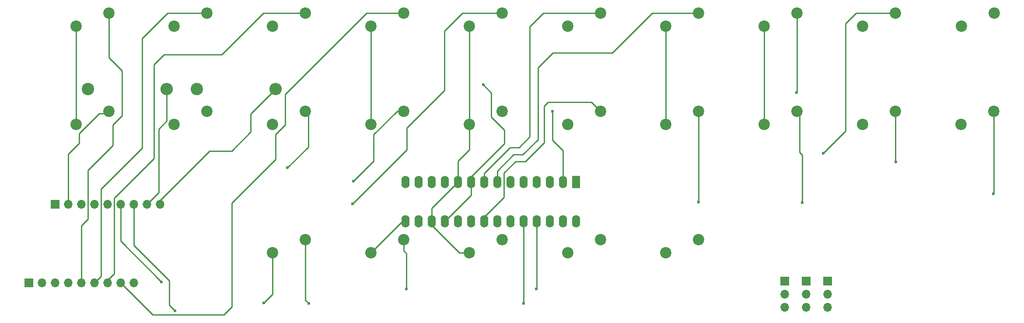
<source format=gbr>
G04 #@! TF.FileFunction,Copper,L1,Top,Signal*
%FSLAX46Y46*%
G04 Gerber Fmt 4.6, Leading zero omitted, Abs format (unit mm)*
G04 Created by KiCad (PCBNEW 4.0.7) date 05/19/22 13:13:44*
%MOMM*%
%LPD*%
G01*
G04 APERTURE LIST*
%ADD10C,0.100000*%
%ADD11R,1.700000X1.700000*%
%ADD12O,1.700000X1.700000*%
%ADD13R,1.600000X2.400000*%
%ADD14O,1.600000X2.400000*%
%ADD15C,2.400000*%
%ADD16O,2.400000X2.400000*%
%ADD17C,2.200000*%
%ADD18C,0.600000*%
%ADD19C,0.250000*%
G04 APERTURE END LIST*
D10*
D11*
X191065750Y-124172250D03*
D12*
X191065750Y-126712250D03*
X191065750Y-129252250D03*
D13*
X150622000Y-104902000D03*
D14*
X117602000Y-112522000D03*
X148082000Y-104902000D03*
X120142000Y-112522000D03*
X145542000Y-104902000D03*
X122682000Y-112522000D03*
X143002000Y-104902000D03*
X125222000Y-112522000D03*
X140462000Y-104902000D03*
X127762000Y-112522000D03*
X137922000Y-104902000D03*
X130302000Y-112522000D03*
X135382000Y-104902000D03*
X132842000Y-112522000D03*
X132842000Y-104902000D03*
X135382000Y-112522000D03*
X130302000Y-104902000D03*
X137922000Y-112522000D03*
X127762000Y-104902000D03*
X140462000Y-112522000D03*
X125222000Y-104902000D03*
X143002000Y-112522000D03*
X122682000Y-104902000D03*
X145542000Y-112522000D03*
X120142000Y-104902000D03*
X148082000Y-112522000D03*
X117602000Y-104902000D03*
X150622000Y-112522000D03*
D11*
X44704000Y-124460000D03*
D12*
X47244000Y-124460000D03*
X49784000Y-124460000D03*
X52324000Y-124460000D03*
X54864000Y-124460000D03*
X57404000Y-124460000D03*
X59944000Y-124460000D03*
X62484000Y-124460000D03*
X65024000Y-124460000D03*
D11*
X49784000Y-109220000D03*
D12*
X52324000Y-109220000D03*
X54864000Y-109220000D03*
X57404000Y-109220000D03*
X59944000Y-109220000D03*
X62484000Y-109220000D03*
X65024000Y-109220000D03*
X67564000Y-109220000D03*
X70104000Y-109220000D03*
D15*
X56159500Y-86859750D03*
D16*
X71399500Y-86859750D03*
D15*
X77216000Y-86868000D03*
D16*
X92456000Y-86868000D03*
D17*
X79222000Y-91172250D03*
X72872000Y-93712250D03*
X60190750Y-91172250D03*
X53840750Y-93712250D03*
X98253250Y-91172250D03*
X91903250Y-93712250D03*
X117284500Y-91172250D03*
X110934500Y-93712250D03*
X136315750Y-91172250D03*
X129965750Y-93712250D03*
X155347000Y-91172250D03*
X148997000Y-93712250D03*
X174378250Y-91172250D03*
X168028250Y-93712250D03*
X193409500Y-91172250D03*
X187059500Y-93712250D03*
X212440750Y-91172250D03*
X206090750Y-93712250D03*
X231565750Y-72141000D03*
X225215750Y-74681000D03*
X231472000Y-91172250D03*
X225122000Y-93712250D03*
X98253250Y-116109750D03*
X91903250Y-118649750D03*
X117284500Y-116109750D03*
X110934500Y-118649750D03*
X136315750Y-116109750D03*
X129965750Y-118649750D03*
X155347000Y-116109750D03*
X148997000Y-118649750D03*
X174378250Y-116109750D03*
X168028250Y-118649750D03*
X60190750Y-72141000D03*
X53840750Y-74681000D03*
X79222000Y-72141000D03*
X72872000Y-74681000D03*
X98253250Y-72141000D03*
X91903250Y-74681000D03*
X117284500Y-72141000D03*
X110934500Y-74681000D03*
X136315750Y-72141000D03*
X129965750Y-74681000D03*
X155347000Y-72141000D03*
X148997000Y-74681000D03*
X174378250Y-72141000D03*
X168028250Y-74681000D03*
X193409500Y-72141000D03*
X187059500Y-74681000D03*
X212440750Y-72141000D03*
X206090750Y-74681000D03*
D11*
X195190750Y-124172250D03*
D12*
X195190750Y-126712250D03*
X195190750Y-129252250D03*
D11*
X199315750Y-124172250D03*
D12*
X199315750Y-126712250D03*
X199315750Y-129252250D03*
D18*
X94784500Y-102141000D03*
X107534500Y-104766000D03*
X132659500Y-86016000D03*
X90190750Y-128391000D03*
X70409500Y-124266000D03*
X107347000Y-109172250D03*
X146065750Y-91172250D03*
X174378250Y-108797250D03*
X194440750Y-108891000D03*
X212534500Y-101016000D03*
X231378250Y-107203500D03*
X98909500Y-128484750D03*
X140440750Y-128484750D03*
X117753250Y-125672250D03*
X142972000Y-125672250D03*
X73034500Y-129891000D03*
X193315750Y-87516000D03*
X198472000Y-99328500D03*
D19*
X52324000Y-109220000D02*
X52324000Y-99507750D01*
X58315750Y-91641000D02*
X59722000Y-91641000D01*
X54472000Y-95484750D02*
X58315750Y-91641000D01*
X54472000Y-97359750D02*
X54472000Y-95484750D01*
X52324000Y-99507750D02*
X54472000Y-97359750D01*
X59722000Y-91641000D02*
X60190750Y-91172250D01*
X98815750Y-98109750D02*
X98815750Y-91734750D01*
X94784500Y-102141000D02*
X98815750Y-98109750D01*
X98815750Y-91734750D02*
X98253250Y-91172250D01*
X115972000Y-91172250D02*
X117284500Y-91172250D01*
X111472000Y-95672250D02*
X115972000Y-91172250D01*
X111472000Y-100828500D02*
X111472000Y-95672250D01*
X107534500Y-104766000D02*
X111472000Y-100828500D01*
X130302000Y-104902000D02*
X130302000Y-107442000D01*
X130302000Y-107442000D02*
X125222000Y-112522000D01*
X136784500Y-97453500D02*
X130302000Y-103936000D01*
X136784500Y-94828500D02*
X136784500Y-97453500D01*
X134253250Y-92297250D02*
X136784500Y-94828500D01*
X134253250Y-87609750D02*
X134253250Y-92297250D01*
X132659500Y-86016000D02*
X134253250Y-87609750D01*
X130302000Y-103936000D02*
X130302000Y-104902000D01*
X117284500Y-72141000D02*
X110065750Y-72141000D01*
X68665000Y-130641000D02*
X62484000Y-124460000D01*
X82503250Y-130641000D02*
X68665000Y-130641000D01*
X84003250Y-129141000D02*
X82503250Y-130641000D01*
X84003250Y-108984750D02*
X84003250Y-129141000D01*
X92440750Y-100547250D02*
X84003250Y-108984750D01*
X92440750Y-95672250D02*
X92440750Y-100547250D01*
X94315750Y-93797250D02*
X92440750Y-95672250D01*
X94315750Y-87891000D02*
X94315750Y-93797250D01*
X110065750Y-72141000D02*
X94315750Y-87891000D01*
X68909500Y-83391000D02*
X68909500Y-82172250D01*
X90097000Y-72141000D02*
X98253250Y-72141000D01*
X82034500Y-80203500D02*
X90097000Y-72141000D01*
X70878250Y-80203500D02*
X82034500Y-80203500D01*
X68909500Y-82172250D02*
X70878250Y-80203500D01*
X59944000Y-124460000D02*
X59944000Y-123950250D01*
X59944000Y-123950250D02*
X61222000Y-122672250D01*
X61222000Y-122672250D02*
X61222000Y-108047250D01*
X61222000Y-108047250D02*
X68909500Y-100359750D01*
X68909500Y-100359750D02*
X68909500Y-83391000D01*
X68909500Y-83391000D02*
X68909500Y-83297250D01*
X187059500Y-93712250D02*
X187059500Y-74681000D01*
X168028250Y-93712250D02*
X168028250Y-74681000D01*
X110934500Y-93712250D02*
X110934500Y-74681000D01*
X53840750Y-93712250D02*
X53840750Y-74681000D01*
X129965750Y-93712250D02*
X129965750Y-74681000D01*
X91903250Y-126678500D02*
X91903250Y-118649750D01*
X90190750Y-128391000D02*
X91903250Y-126678500D01*
X122682000Y-112522000D02*
X122682000Y-113257250D01*
X122682000Y-113257250D02*
X128074500Y-118649750D01*
X128074500Y-118649750D02*
X129965750Y-118649750D01*
X117602000Y-112522000D02*
X117062250Y-112522000D01*
X117062250Y-112522000D02*
X110934500Y-118649750D01*
X122682000Y-112522000D02*
X122682000Y-109982000D01*
X122682000Y-109982000D02*
X127762000Y-104902000D01*
X127762000Y-104902000D02*
X127762000Y-100851000D01*
X129965750Y-98647250D02*
X129965750Y-93712250D01*
X127762000Y-100851000D02*
X129965750Y-98647250D01*
X54864000Y-124460000D02*
X54864000Y-113374000D01*
X60190750Y-80766000D02*
X60190750Y-72141000D01*
X62722000Y-83297250D02*
X60190750Y-80766000D01*
X62722000Y-92016000D02*
X62722000Y-83297250D01*
X60940750Y-93797250D02*
X62722000Y-92016000D01*
X60940750Y-97828500D02*
X60940750Y-93797250D01*
X56159500Y-102609750D02*
X60940750Y-97828500D01*
X56159500Y-112078500D02*
X56159500Y-102609750D01*
X54864000Y-113374000D02*
X56159500Y-112078500D01*
X79222000Y-72141000D02*
X71534500Y-72141000D01*
X58690750Y-123173250D02*
X57404000Y-124460000D01*
X58690750Y-106266000D02*
X58690750Y-123173250D01*
X66659500Y-98297250D02*
X58690750Y-106266000D01*
X66659500Y-77016000D02*
X66659500Y-98297250D01*
X71534500Y-72141000D02*
X66659500Y-77016000D01*
X62484000Y-116340500D02*
X62484000Y-109220000D01*
X70409500Y-124266000D02*
X62484000Y-116340500D01*
X107347000Y-109172250D02*
X117847000Y-98672250D01*
X117847000Y-98672250D02*
X117847000Y-94453500D01*
X117847000Y-94453500D02*
X125159500Y-87141000D01*
X125159500Y-87141000D02*
X125159500Y-75609750D01*
X125159500Y-75609750D02*
X128628250Y-72141000D01*
X136315750Y-72141000D02*
X128628250Y-72141000D01*
X148082000Y-104902000D02*
X148082000Y-98813500D01*
X146065750Y-96797250D02*
X146065750Y-91172250D01*
X148082000Y-98813500D02*
X146065750Y-96797250D01*
X132842000Y-112522000D02*
X132842000Y-111708500D01*
X132842000Y-111708500D02*
X136690750Y-107859750D01*
X136690750Y-107859750D02*
X136690750Y-103172250D01*
X136690750Y-103172250D02*
X138940750Y-100922250D01*
X138940750Y-100922250D02*
X140815750Y-100922250D01*
X140815750Y-100922250D02*
X144472000Y-97266000D01*
X144472000Y-97266000D02*
X144472000Y-90141000D01*
X144472000Y-90141000D02*
X145222000Y-89391000D01*
X145222000Y-89391000D02*
X153565750Y-89391000D01*
X153565750Y-89391000D02*
X155347000Y-91172250D01*
X174378250Y-108797250D02*
X174378250Y-91172250D01*
X194440750Y-108891000D02*
X194440750Y-99703500D01*
X194440750Y-99703500D02*
X193878250Y-99141000D01*
X193878250Y-99141000D02*
X193878250Y-91641000D01*
X193878250Y-91641000D02*
X193409500Y-91172250D01*
X212534500Y-101016000D02*
X212440750Y-100922250D01*
X212440750Y-100922250D02*
X212440750Y-91172250D01*
X231378250Y-107203500D02*
X231472000Y-107109750D01*
X231472000Y-107109750D02*
X231472000Y-91172250D01*
X140462000Y-112522000D02*
X140462000Y-128463500D01*
X98253250Y-127828500D02*
X98253250Y-116109750D01*
X98909500Y-128484750D02*
X98253250Y-127828500D01*
X140462000Y-128463500D02*
X140440750Y-128484750D01*
X143002000Y-112522000D02*
X143002000Y-125642250D01*
X117284500Y-118266000D02*
X117284500Y-116109750D01*
X117753250Y-118734750D02*
X117284500Y-118266000D01*
X117753250Y-125672250D02*
X117753250Y-118734750D01*
X143002000Y-125642250D02*
X142972000Y-125672250D01*
X71399500Y-86859750D02*
X71399500Y-93088500D01*
X69847000Y-106937000D02*
X67564000Y-109220000D01*
X69847000Y-94641000D02*
X69847000Y-106937000D01*
X71399500Y-93088500D02*
X69847000Y-94641000D01*
X70104000Y-109220000D02*
X70104000Y-108446500D01*
X70104000Y-108446500D02*
X79690750Y-98859750D01*
X79690750Y-98859750D02*
X84003250Y-98859750D01*
X84003250Y-98859750D02*
X87659500Y-95203500D01*
X87659500Y-95203500D02*
X87659500Y-91664500D01*
X87659500Y-91664500D02*
X92456000Y-86868000D01*
X71909500Y-128766000D02*
X71909500Y-124078500D01*
X73034500Y-129891000D02*
X71909500Y-128766000D01*
X65024000Y-117193000D02*
X65024000Y-109220000D01*
X71909500Y-124078500D02*
X65024000Y-117193000D01*
X132842000Y-104902000D02*
X132842000Y-103177250D01*
X144284500Y-72141000D02*
X155347000Y-72141000D01*
X141659500Y-74766000D02*
X144284500Y-72141000D01*
X141659500Y-96141000D02*
X141659500Y-74766000D01*
X139597000Y-98203500D02*
X141659500Y-96141000D01*
X137815750Y-98203500D02*
X139597000Y-98203500D01*
X132842000Y-103177250D02*
X137815750Y-98203500D01*
X135382000Y-104902000D02*
X135382000Y-102793500D01*
X165378250Y-72141000D02*
X174378250Y-72141000D01*
X157690750Y-79828500D02*
X165378250Y-72141000D01*
X146159500Y-79828500D02*
X157690750Y-79828500D01*
X143253250Y-82734750D02*
X146159500Y-79828500D01*
X143253250Y-96703500D02*
X143253250Y-82734750D01*
X140347000Y-99609750D02*
X143253250Y-96703500D01*
X138565750Y-99609750D02*
X140347000Y-99609750D01*
X135382000Y-102793500D02*
X138565750Y-99609750D01*
X193315750Y-87516000D02*
X193409500Y-87422250D01*
X193409500Y-87422250D02*
X193409500Y-72141000D01*
X204847000Y-72141000D02*
X212440750Y-72141000D01*
X202784500Y-74203500D02*
X204847000Y-72141000D01*
X202784500Y-95016000D02*
X202784500Y-74203500D01*
X198472000Y-99328500D02*
X202784500Y-95016000D01*
M02*

</source>
